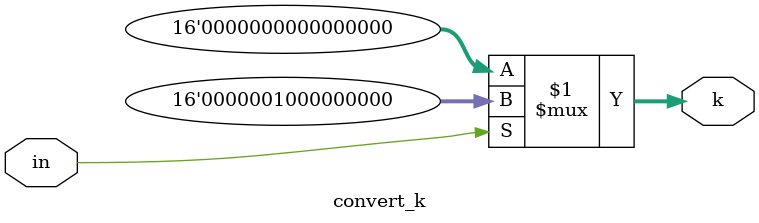
<source format=v>

module convert_k (in,k);
parameter DWIDTH=16;
parameter IWIDTH=64;

input [0:0] in;
output [DWIDTH-1:0] k;

assign k = in ? 16'b0000001000000000 : 16'b0000000000000000;

endmodule
</source>
